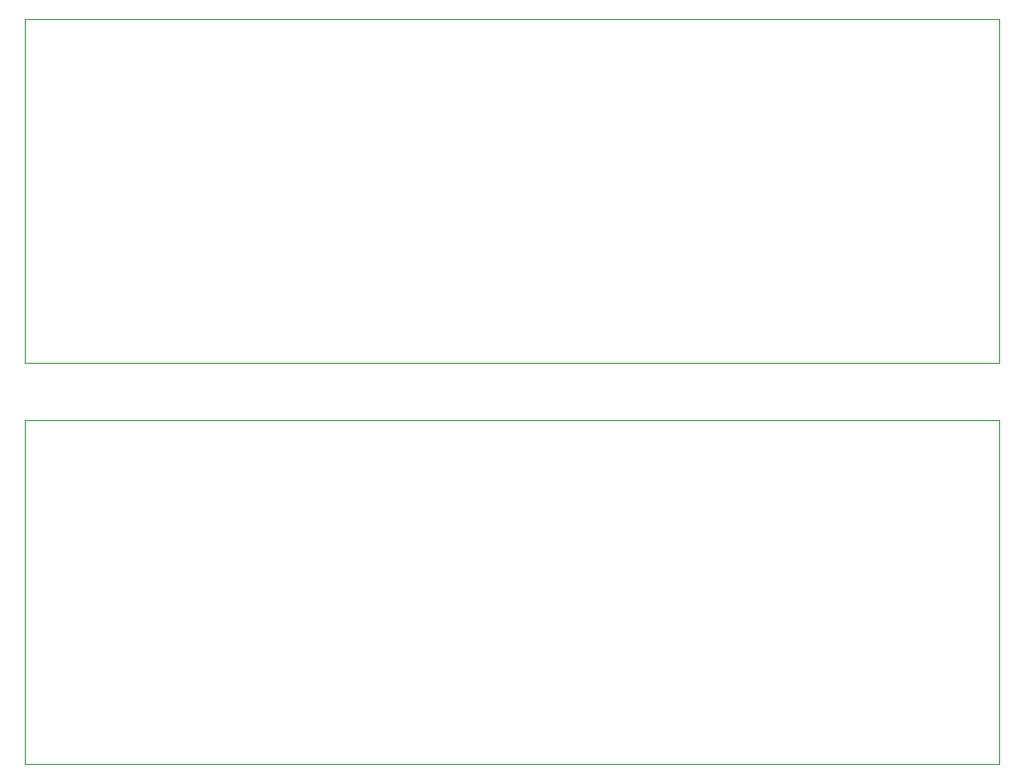
<source format=gbr>
%TF.GenerationSoftware,KiCad,Pcbnew,(6.0.0-0)*%
%TF.CreationDate,2022-01-22T02:41:57+05:30*%
%TF.ProjectId,Schematics,53636865-6d61-4746-9963-732e6b696361,rev?*%
%TF.SameCoordinates,Original*%
%TF.FileFunction,Profile,NP*%
%FSLAX46Y46*%
G04 Gerber Fmt 4.6, Leading zero omitted, Abs format (unit mm)*
G04 Created by KiCad (PCBNEW (6.0.0-0)) date 2022-01-22 02:41:57*
%MOMM*%
%LPD*%
G01*
G04 APERTURE LIST*
%TA.AperFunction,Profile*%
%ADD10C,0.100000*%
%TD*%
G04 APERTURE END LIST*
D10*
X93897425Y-100159027D02*
X93897425Y-69679027D01*
X180257425Y-105239027D02*
X180257425Y-135719027D01*
X93897425Y-105239027D02*
X180257425Y-105239027D01*
X180257425Y-135719027D02*
X93897425Y-135719027D01*
X93897425Y-69679027D02*
X180257425Y-69679027D01*
X180257425Y-100159027D02*
X93897425Y-100159027D01*
X93897425Y-135719027D02*
X93897425Y-105239027D01*
X180257425Y-69679027D02*
X180257425Y-100159027D01*
M02*

</source>
